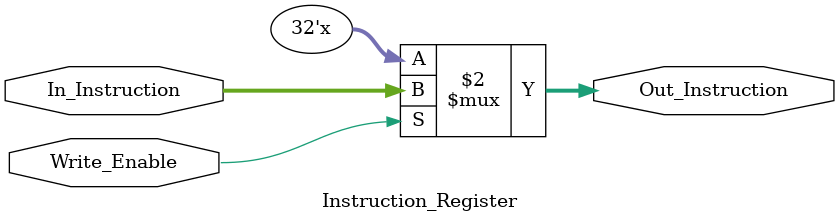
<source format=v>
`timescale 1ns / 1ps


module Instruction_Register(
    input Write_Enable,
    input [31:0] In_Instruction,
    output reg [31:0] Out_Instruction
    );

    always @(*) begin
        if (Write_Enable) begin
            Out_Instruction <= In_Instruction;
        end
    end

endmodule

</source>
